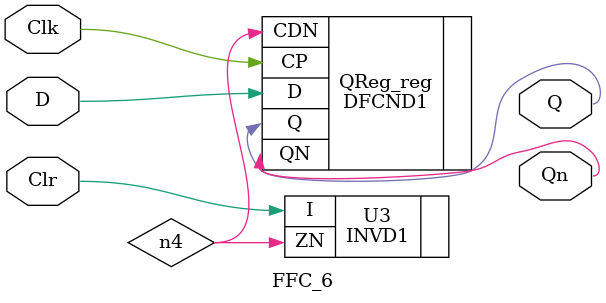
<source format=v>

module Intro_Top ( X, Y, Z, A, B, C, D, ScanOut, ScanMode, ScanIn, ScanClr, 
        ScanClk );
  input A, B, C, D, ScanMode, ScanIn, ScanClr, ScanClk;
  output X, Y, Z, ScanOut;
  wire   n12, n13, n14, qn, Z_to_FFZ, ab, bc, FFA_to_A, FFB_to_B, FFC_to_C, q,
         FFD_to_D, X_to_FFX, Y_to_FFY, n2, n3, n4, n5, n7, n9, n11;

  AndOr InputCombo ( .X(ab), .Y(bc), .A(FFA_to_A), .B(FFB_to_B), .C(FFC_to_C)
         );
  SR SRLatch ( .Q(q), .Qn(qn), .S(bc), .R(FFD_to_D) );
  XorNor OutputCombo ( .X(X_to_FFX), .Y(Y_to_FFY), .A(ab), .B(q), .C(qn) );
  FFC_0 FF_X ( .Q(n12), .Qn(n4), .D(X_to_FFX), .Clk(ScanClk), .Clr(n11) );
  FFC_6 FF_Y ( .Q(n13), .Qn(n3), .D(Y_to_FFY), .Clk(ScanClk), .Clr(n11) );
  FFC_5 FF_Z ( .Q(n14), .Qn(n2), .D(Z_to_FFZ), .Clk(ScanClk), .Clr(n11) );
  FFC_4 FF_A ( .Q(FFA_to_A), .D(A), .Clk(ScanClk), .Clr(n11) );
  FFC_3 FF_B ( .Q(FFB_to_B), .D(B), .Clk(ScanClk), .Clr(n11) );
  FFC_2 FF_C ( .Q(FFC_to_C), .D(C), .Clk(ScanClk), .Clr(n11) );
  FFC_1 FF_D ( .Q(FFD_to_D), .D(D), .Clk(ScanClk), .Clr(n11) );
  CKBD0 U2 ( .CLK(n4), .C(n5) );
  CKNXD16 U3 ( .I(n5), .ZN(X) );
  CKBD0 U4 ( .CLK(n2), .C(n7) );
  CKNXD16 U5 ( .I(n7), .ZN(Z) );
  CKBD0 U6 ( .CLK(n3), .C(n9) );
  CKNXD16 U7 ( .I(n9), .ZN(Y) );
  INVD1 U8 ( .I(qn), .ZN(Z_to_FFZ) );
  BUFFD1 U9 ( .I(ScanClr), .Z(n11) );
endmodule


module AndOr ( X, Y, A, B, C );
  input A, B, C;
  output X, Y;


  OR2D1 U1 ( .A1(C), .A2(B), .Z(Y) );
  AN2D1 U2 ( .A1(B), .A2(A), .Z(X) );
endmodule


module SR ( Q, Qn, S, R );
  input S, R;
  output Q, Qn;


  CKND2D2 U2 ( .A1(Q), .A2(R), .ZN(Qn) );
  ND2D1 U1 ( .A1(S), .A2(Qn), .ZN(Q) );
endmodule


module XorNor ( X, Y, A, B, C );
  input A, B, C;
  output X, Y;


  XOR2D1 U1 ( .A1(B), .A2(A), .Z(X) );
  NR2D1 U2 ( .A1(C), .A2(X), .ZN(Y) );
endmodule


module FFC_0 ( Q, Qn, D, Clk, Clr );
  input D, Clk, Clr;
  output Q, Qn;
  wire   n1;

  INVD1 U3 ( .I(Clr), .ZN(n1) );
  DFCND1 QReg_reg ( .D(D), .CP(Clk), .CDN(n1), .QN(Qn) );
  INVD1 U4 ( .I(Qn), .ZN(Q) );
endmodule


module FFC_1 ( Q, Qn, D, Clk, Clr );
  input D, Clk, Clr;
  output Q, Qn;
  wire   n2;

  INVD1 U3 ( .I(Clr), .ZN(n2) );
  DFCND1 QReg_reg ( .D(D), .CP(Clk), .CDN(n2), .Q(Q), .QN(Qn) );
endmodule


module FFC_2 ( Q, Qn, D, Clk, Clr );
  input D, Clk, Clr;
  output Q, Qn;
  wire   n2;

  INVD1 U3 ( .I(Clr), .ZN(n2) );
  DFCND1 QReg_reg ( .D(D), .CP(Clk), .CDN(n2), .Q(Q), .QN(Qn) );
endmodule


module FFC_3 ( Q, Qn, D, Clk, Clr );
  input D, Clk, Clr;
  output Q, Qn;
  wire   n2;

  INVD1 U3 ( .I(Clr), .ZN(n2) );
  DFCND1 QReg_reg ( .D(D), .CP(Clk), .CDN(n2), .Q(Q), .QN(Qn) );
endmodule


module FFC_4 ( Q, Qn, D, Clk, Clr );
  input D, Clk, Clr;
  output Q, Qn;
  wire   n2;

  INVD1 U3 ( .I(Clr), .ZN(n2) );
  DFCND1 QReg_reg ( .D(D), .CP(Clk), .CDN(n2), .Q(Q), .QN(Qn) );
endmodule


module FFC_5 ( Q, Qn, D, Clk, Clr );
  input D, Clk, Clr;
  output Q, Qn;
  wire   n5;

  INVD1 U3 ( .I(Clr), .ZN(n5) );
  DFCND1 QReg_reg ( .D(D), .CP(Clk), .CDN(n5), .QN(Qn) );
  INVD1 U4 ( .I(Qn), .ZN(Q) );
endmodule


module FFC_6 ( Q, Qn, D, Clk, Clr );
  input D, Clk, Clr;
  output Q, Qn;
  wire   n4;

  INVD1 U3 ( .I(Clr), .ZN(n4) );
  DFCND1 QReg_reg ( .D(D), .CP(Clk), .CDN(n4), .Q(Q), .QN(Qn) );
endmodule


</source>
